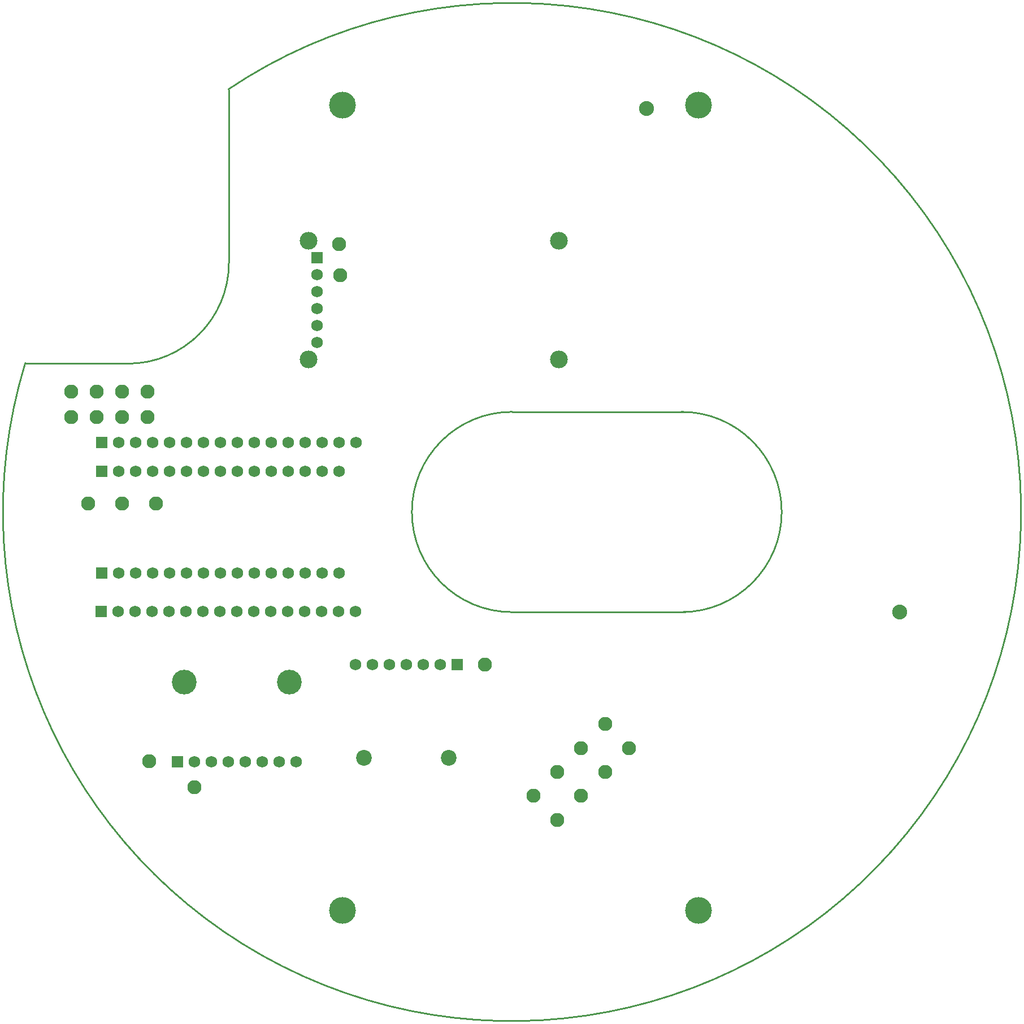
<source format=gbs>
G04*
G04 #@! TF.GenerationSoftware,Altium Limited,Altium Designer,20.2.8 (258)*
G04*
G04 Layer_Color=16711935*
%FSLAX24Y24*%
%MOIN*%
G70*
G04*
G04 #@! TF.SameCoordinates,38B3CD4D-B414-478E-BCC0-3ABEE8A09775*
G04*
G04*
G04 #@! TF.FilePolarity,Negative*
G04*
G01*
G75*
%ADD10C,0.0100*%
%ADD18R,0.0680X0.0680*%
%ADD19C,0.0680*%
%ADD20R,0.0682X0.0682*%
%ADD21C,0.0682*%
%ADD22R,0.0680X0.0680*%
%ADD23C,0.0880*%
%ADD24C,0.1045*%
%ADD25C,0.1458*%
%ADD26C,0.0930*%
%ADD27C,0.0830*%
%ADD28C,0.1580*%
D10*
X7350Y38750D02*
G03*
X13300Y44700I0J5950D01*
G01*
X40000Y24094D02*
G03*
X40000Y35906I0J5906D01*
G01*
X30000D02*
G03*
X30000Y24094I0J-5906D01*
G01*
X1287Y38779D02*
G03*
X13276Y54936I28713J-8779D01*
G01*
X1300Y38750D02*
X7500D01*
X13306Y44700D02*
Y54900D01*
X30000Y24094D02*
X40232D01*
X30000Y35906D02*
X40232D01*
D18*
X5760Y24140D02*
D03*
X5800Y34100D02*
D03*
X10250Y15250D02*
D03*
D19*
X6760Y24140D02*
D03*
X7760D02*
D03*
X8760D02*
D03*
X9760D02*
D03*
X10760D02*
D03*
X11760D02*
D03*
X12760D02*
D03*
X13760D02*
D03*
X14760D02*
D03*
X15760D02*
D03*
X16760D02*
D03*
X17760D02*
D03*
X18760D02*
D03*
X19760D02*
D03*
X20760D02*
D03*
X6800Y34100D02*
D03*
X7800D02*
D03*
X8800D02*
D03*
X9800D02*
D03*
X10800D02*
D03*
X11800D02*
D03*
X12800D02*
D03*
X13800D02*
D03*
X14800D02*
D03*
X15800D02*
D03*
X16800D02*
D03*
X17800D02*
D03*
X18800D02*
D03*
X19800D02*
D03*
X20800D02*
D03*
X18500Y40000D02*
D03*
Y41000D02*
D03*
Y42000D02*
D03*
Y43000D02*
D03*
Y44000D02*
D03*
X11250Y15250D02*
D03*
X12250D02*
D03*
X13250D02*
D03*
X14250D02*
D03*
X15250D02*
D03*
X16250D02*
D03*
X17250D02*
D03*
X20750Y21000D02*
D03*
X21750D02*
D03*
X22750D02*
D03*
X23750D02*
D03*
X24750D02*
D03*
X25750D02*
D03*
D20*
X5800Y32400D02*
D03*
Y26400D02*
D03*
D21*
X6800Y32400D02*
D03*
X7800D02*
D03*
X8800D02*
D03*
X9800D02*
D03*
X10800D02*
D03*
X11800D02*
D03*
X12800D02*
D03*
X13800D02*
D03*
X14800D02*
D03*
X15800D02*
D03*
X16800D02*
D03*
X17800D02*
D03*
X18800D02*
D03*
X19800D02*
D03*
X6800Y26400D02*
D03*
X7800D02*
D03*
X8800D02*
D03*
X9800D02*
D03*
X10800D02*
D03*
X11800D02*
D03*
X12800D02*
D03*
X13800D02*
D03*
X14800D02*
D03*
X15800D02*
D03*
X16800D02*
D03*
X17800D02*
D03*
X18800D02*
D03*
X19800D02*
D03*
D22*
X18500Y45000D02*
D03*
X26750Y21000D02*
D03*
D23*
X37934Y53813D02*
D03*
X52862Y24114D02*
D03*
D24*
X32764Y39000D02*
D03*
Y46000D02*
D03*
X18000D02*
D03*
Y39000D02*
D03*
D25*
X10650Y19950D02*
D03*
X16850D02*
D03*
D26*
X26250Y15500D02*
D03*
X21250D02*
D03*
D27*
X11250Y13750D02*
D03*
X19875Y43975D02*
D03*
X19800Y45800D02*
D03*
X8600Y15300D02*
D03*
X28400Y21000D02*
D03*
X5500Y35600D02*
D03*
X8500D02*
D03*
X5500Y37100D02*
D03*
X8500D02*
D03*
X4000Y35600D02*
D03*
X7000D02*
D03*
X4000Y37100D02*
D03*
X7000D02*
D03*
Y30500D02*
D03*
X9000D02*
D03*
X5000D02*
D03*
X35493Y17493D02*
D03*
X34078Y16078D02*
D03*
Y13250D02*
D03*
X36907Y16078D02*
D03*
X35493Y14664D02*
D03*
X32664Y11836D02*
D03*
X31250Y13250D02*
D03*
X32664Y14664D02*
D03*
D28*
X20000Y6500D02*
D03*
X41000D02*
D03*
Y54000D02*
D03*
X20000D02*
D03*
M02*

</source>
